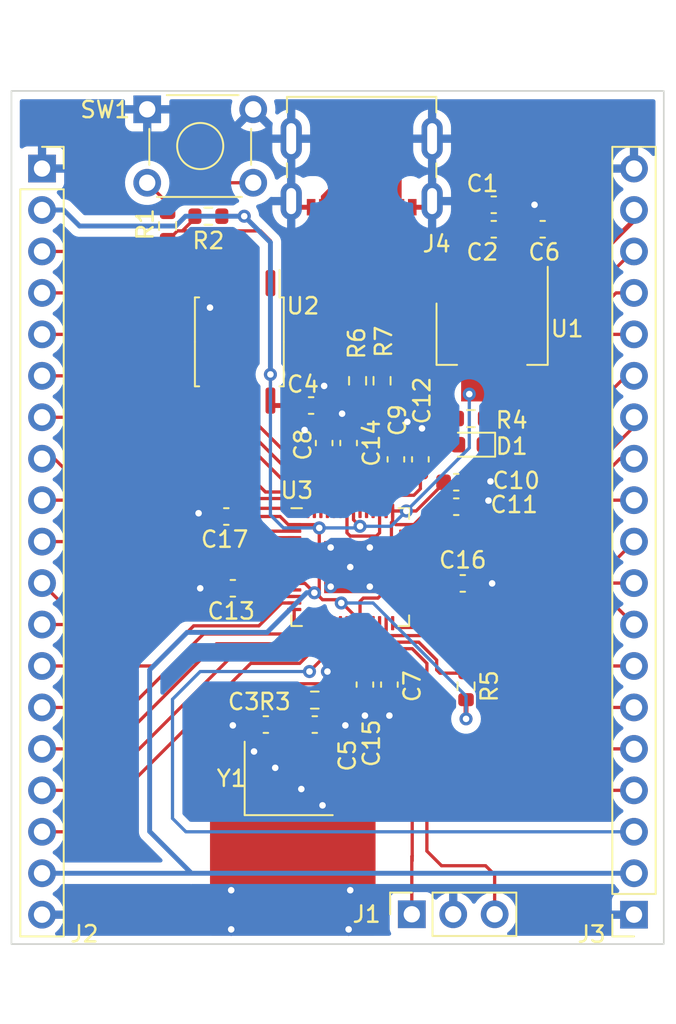
<source format=kicad_pcb>
(kicad_pcb (version 20211014) (generator pcbnew)
  (layers (0 "F.Cu" signal) (31 "B.Cu" signal) (34 "B.Paste" user) (35 "F.Paste" user) (36 "B.SilkS" user "B.Silkscreen") (37 "F.SilkS" user "F.Silkscreen") (38 "B.Mask" user) (39 "F.Mask" user) (44 "Edge.Cuts" user))
  (net 0 "")
  (net 1 "/Vin")
  (net 2 "GND")
  (net 3 "/XIN")
  (net 4 "/3.3")
  (net 5 "/XOUT_R")
  (net 6 "/1.1v")
  (net 7 "/SWCLK")
  (net 8 "/SWDIO")
  (net 9 "/GPIO_0")
  (net 10 "/GPIO_1")
  (net 11 "/GPIO_2")
  (net 12 "/GPIO_3")
  (net 13 "/GPIO_4")
  (net 14 "/GPIO_5")
  (net 15 "/GPIO_6")
  (net 16 "/GPIO_7")
  (net 17 "/GPIO_8")
  (net 18 "/GPIO_9")
  (net 19 "/GPIO_10")
  (net 20 "/GPIO_11")
  (net 21 "/GPIO_12")
  (net 22 "/GPIO_13")
  (net 23 "/GPIO_14")
  (net 24 "/GPIO_15")
  (net 25 "/GPIO_16")
  (net 26 "/GPIO_17")
  (net 27 "/GPIO_18")
  (net 28 "/GPIO_19")
  (net 29 "/GPIO_20")
  (net 30 "/GPIO_21")
  (net 31 "/GPIO_22")
  (net 32 "/GPIO_23")
  (net 33 "/GPIO_24")
  (net 34 "/GPIO_25")
  (net 35 "/ADC_0")
  (net 36 "/ADC_1")
  (net 37 "/ADC_2")
  (net 38 "/ADC_3")
  (net 39 "/CC1")
  (net 40 "/USB_P")
  (net 41 "/USB_N")
  (net 43 "/CC2")
  (net 45 "Net-(R1-Pad1)")
  (net 46 "/QSPI_SS")
  (net 47 "/XOUT")
  (net 48 "/RUN")
  (net 49 "/USB_+")
  (net 50 "/USB_-")
  (net 51 "/QSPI_SD1")
  (net 52 "/QSPI_SD2")
  (net 53 "/QSPI_SD0")
  (net 54 "/QSPI_SCLK")
  (net 55 "/QSPI_SD3")
  (net 56 "/LED")
  (footprint "Connector_PinSocket_2.54mm:PinSocket_1x03_P2.54mm_Vertical" (layer "F.Cu") (at 198.175 115.375 90)
    (fp_text reference "J1")
    (fp_text value "serial wire debug")
  )
  (footprint "Capacitor_SMD:C_0603_1608Metric" (layer "F.Cu") (at 200.9 90.4)
    (fp_text reference "C11")
    (fp_text value "100n")
  )
  (footprint "Capacitor_SMD:C_0603_1608Metric" (layer "F.Cu") (at 192.8 86.5 90)
    (fp_text reference "C8")
    (fp_text value "100n")
  )
  (footprint "Capacitor_SMD:C_0603_1608Metric" (layer "F.Cu") (at 192 84.2)
    (fp_text reference "C4")
    (fp_text value "100n")
  )
  (footprint "Connector_PinSocket_2.54mm:PinSocket_1x19_P2.54mm_Vertical" (layer "F.Cu") (at 211.8 115.4 180)
    (fp_text reference "J3")
    (fp_text value "gpio 1")
  )
  (footprint "Capacitor_SMD:C_0603_1608Metric" (layer "F.Cu") (at 203.2 71.9)
    (fp_text reference "C1")
    (fp_text value "10u")
  )
  (footprint "Resistor_SMD:R_0603_1608Metric" (layer "F.Cu") (at 194.85 82.685 90)
    (fp_text reference "R6")
    (fp_text value "5k1")
  )
  (footprint "Capacitor_SMD:C_0603_1608Metric" (layer "F.Cu") (at 192.225 103.75)
    (fp_text reference "C5")
    (fp_text value "51p")
  )
  (footprint "Capacitor_SMD:C_0603_1608Metric" (layer "F.Cu") (at 187.2 95.4 180)
    (fp_text reference "C13")
    (fp_text value "100n")
  )
  (footprint "Crystal:Crystal_SMD_3225-4Pin_3.2x2.5mm_HandSoldering" (layer "F.Cu") (at 190.625 107.05)
    (fp_text reference "Y1")
    (fp_text value "X322512MSB4SI")
  )
  (footprint "Button_Switch_THT:SW_TH_Tactile_Omron_B3F-10xx" (layer "F.Cu") (at 181.95 66.05)
    (fp_text reference "SW1")
    (fp_text value "SW_Push")
  )
  (footprint "Resistor_SMD:R_0603_1608Metric" (layer "F.Cu") (at 183.2 73.2 -90)
    (fp_text reference "R1")
    (fp_text value "1k")
  )
  (footprint "Resistor_SMD:R_0603_1608Metric" (layer "F.Cu") (at 201.5 101.4 -90)
    (fp_text reference "R5")
    (fp_text value "DNF")
  )
  (footprint "Capacitor_SMD:C_0603_1608Metric" (layer "F.Cu") (at 186.8 91 180)
    (fp_text reference "C17")
    (fp_text value "100n")
  )
  (footprint "Capacitor_SMD:C_0603_1608Metric" (layer "F.Cu") (at 189.225 103.75 180)
    (fp_text reference "C3")
    (fp_text value "51p")
  )
  (footprint "Resistor_SMD:R_0603_1608Metric" (layer "F.Cu") (at 196.35 82.685 90)
    (fp_text reference "R7")
    (fp_text value "5k1")
  )
  (footprint "Resistor_SMD:R_0603_1608Metric" (layer "F.Cu") (at 201.8 85)
    (fp_text reference "R4")
    (fp_text value "1k")
  )
  (footprint "Package_DFN_QFN:QFN-56-1EP_7x7mm_P0.4mm_EP3.2x3.2mm" (layer "F.Cu") (at 194.4 94.1)
    (fp_text reference "U3")
    (fp_text value "RP2040")
  )
  (footprint "Connector_PinSocket_2.54mm:PinSocket_1x19_P2.54mm_Vertical" (layer "F.Cu") (at 175.5 69.68)
    (fp_text reference "J2")
    (fp_text value "gpio 2")
  )
  (footprint "Capacitor_SMD:C_0603_1608Metric" (layer "F.Cu") (at 196.8 101.3 -90)
    (fp_text reference "C7")
    (fp_text value "100n")
  )
  (footprint "LED_SMD:LED_0603_1608Metric" (layer "F.Cu") (at 201.8 86.6 180)
    (fp_text reference "D1")
    (fp_text value "LED_Green")
  )
  (footprint "Capacitor_SMD:C_0603_1608Metric" (layer "F.Cu") (at 198.7 87.5 90)
    (fp_text reference "C12")
    (fp_text value "1u")
  )
  (footprint "Package_SO:SOIC-8_5.23x5.23mm_P1.27mm" (layer "F.Cu") (at 187.6 80.3 -90)
    (fp_text reference "U2")
    (fp_text value "W25Q128JVS")
  )
  (footprint "Capacitor_SMD:C_0603_1608Metric" (layer "F.Cu") (at 200.9 88.9)
    (fp_text reference "C10")
    (fp_text value "100n")
  )
  (footprint "Capacitor_SMD:C_0603_1608Metric" (layer "F.Cu") (at 201.3 95.1)
    (fp_text reference "C16")
    (fp_text value "100n")
  )
  (footprint "Capacitor_SMD:C_0603_1608Metric" (layer "F.Cu") (at 203.2 73.4)
    (fp_text reference "C2")
    (fp_text value "1u")
  )
  (footprint "Resistor_SMD:R_0603_1608Metric" (layer "F.Cu") (at 192.225 102.25)
    (fp_text reference "R3")
    (fp_text value "1k")
  )
  (footprint "Capacitor_SMD:C_0603_1608Metric" (layer "F.Cu") (at 197.2 87.5 90)
    (fp_text reference "C9")
    (fp_text value "1u")
  )
  (footprint "Connector_USB:USB_C_Receptacle_JAE_DX07S016JA1R1500" (layer "F.Cu") (at 195.1 69 180)
    (fp_text reference "J4")
    (fp_text value "USB_C_Receptacle_USB2.0")
  )
  (footprint "Resistor_SMD:R_0603_1608Metric" (layer "F.Cu") (at 185.7 72.6)
    (fp_text reference "R2")
    (fp_text value "DNF")
  )
  (footprint "Capacitor_SMD:C_0603_1608Metric" (layer "F.Cu") (at 206.2 73.4)
    (fp_text reference "C6")
    (fp_text value "22u")
  )
  (footprint "Capacitor_SMD:C_0603_1608Metric" (layer "F.Cu") (at 194.3 86.5 90)
    (fp_text reference "C14")
    (fp_text value "100n")
  )
  (footprint "Capacitor_SMD:C_0603_1608Metric" (layer "F.Cu") (at 195.3 101.3 -90)
    (fp_text reference "C15")
    (fp_text value "100n")
  )
  (footprint "Package_TO_SOT_SMD:SOT-223-3_TabPin2" (layer "F.Cu") (at 203.1 79.8 -90)
    (fp_text reference "U1")
    (fp_text value "AMS1117-3.3")
  )
  (gr_rect (start 173.625 64.925) (end 213.625 117.2) (layer "Edge.Cuts") (width 0.1) (fill none))
  (segment (start 194.264949 69.9) (end 196.5 69.9) (width 0.3) (layer "F.Cu") (net 1))
  (segment (start 196.9 69.9) (end 202 69.9) (width 0.3) (layer "F.Cu") (net 1))
  (segment (start 192.75 71.414949) (end 194.264949 69.9) (width 0.3) (layer "F.Cu") (net 1))
  (segment (start 197.399999 71.999999) (end 197.45 72.05) (width 0.3) (layer "F.Cu") (net 1))
  (segment (start 196.5 69.9) (end 196.9 69.9) (width 0.3) (layer "F.Cu") (net 1))
  (segment (start 202.425 70.325) (end 202.425 73.4) (width 0.3) (layer "F.Cu") (net 1))
  (segment (start 202.425 74.675) (end 202.425 73.4) (width 0.3) (layer "F.Cu") (net 1))
  (segment (start 202 69.9) (end 202.425 70.325) (width 0.3) (layer "F.Cu") (net 1))
  (segment (start 200.8 76.65) (end 200.8 76.3) (width 0.3) (layer "F.Cu") (net 1))
  (segment (start 196.9 69.9) (end 197.399999 70.399999) (width 0.3) (layer "F.Cu") (net 1))
  (segment (start 200.8 76.3) (end 202.425 74.675) (width 0.3) (layer "F.Cu") (net 1))
  (segment (start 192.75 72.05) (end 192.75 71.414949) (width 0.3) (layer "F.Cu") (net 1))
  (segment (start 197.399999 70.399999) (end 197.399999 71.999999) (width 0.3) (layer "F.Cu") (net 1))
  (segment (start 202.5875 86.6) (end 202.5875 88.4375) (width 0.3) (layer "F.Cu") (net 2))
  (segment (start 206.3 71.9) (end 206.975 72.575) (width 0.3) (layer "F.Cu") (net 2))
  (segment (start 203.975 73.4) (end 203.975 71.9) (width 0.3) (layer "F.Cu") (net 2))
  (segment (start 185.695 78.095) (end 185.8 78.2) (width 0.3) (layer "F.Cu") (net 2))
  (segment (start 191.625 85.725) (end 191.6 85.7) (width 0.3) (layer "F.Cu") (net 2))
  (segment (start 206.975 74.725) (end 206.975 73.4) (width 0.3) (layer "F.Cu") (net 2))
  (segment (start 205.4 76.65) (end 205.4 76.3) (width 0.3) (layer "F.Cu") (net 2))
  (segment (start 202.275 86.5625) (end 202.3125 86.6) (width 0.2) (layer "F.Cu") (net 2))
  (segment (start 202.5875 88.4375) (end 203 88.85) (width 0.3) (layer "F.Cu") (net 2))
  (segment (start 194.3 85.1) (end 194.3 85.725) (width 0.3) (layer "F.Cu") (net 2))
  (segment (start 192.775 84.2) (end 192.775 83.025) (width 0.3) (layer "F.Cu") (net 2))
  (segment (start 205.7 71.9) (end 206.3 71.9) (width 0.3) (layer "F.Cu") (net 2))
  (segment (start 195.3 103.2) (end 195.3 102.075) (width 0.3) (layer "F.Cu") (net 2))
  (segment (start 201.675 90.4) (end 201.675 88.9) (width 0.3) (layer "F.Cu") (net 2))
  (segment (start 196.8 102.075) (end 196.8 103.2) (width 0.3) (layer "F.Cu") (net 2))
  (segment (start 206.975 72.575) (end 206.975 73.4) (width 0.3) (layer "F.Cu") (net 2))
  (segment (start 194.05 103.75) (end 193 103.75) (width 0.3) (layer "F.Cu") (net 2))
  (segment (start 201.675 88.9) (end 202.95 88.9) (width 0.3) (layer "F.Cu") (net 2))
  (segment (start 193 100.5) (end 193.4 100.1) (width 0.2) (layer "F.Cu") (net 2))
  (segment (start 197.2 86.725) (end 197.2 85.9) (width 0.3) (layer "F.Cu") (net 2))
  (segment (start 192 72.05) (end 191.155 72.05) (width 0.3) (layer "F.Cu") (net 2))
  (segment (start 203.975 71.9) (end 205.7 71.9) (width 0.3) (layer "F.Cu") (net 2))
  (segment (start 185.695 76.7) (end 185.695 78.095) (width 0.3) (layer "F.Cu") (net 2))
  (segment (start 198.2 72.05) (end 199.045 72.05) (width 0.3) (layer "F.Cu") (net 2))
  (segment (start 202.075 95.1) (end 203.1 95.1) (width 0.3) (layer "F.Cu") (net 2))
  (segment (start 193.9 84.7) (end 194.3 85.1) (width 0.3) (layer "F.Cu") (net 2))
  (segment (start 205.4 76.3) (end 206.975 74.725) (width 0.3) (layer "F.Cu") (net 2))
  (segment (start 199.045 72.05) (end 199.42 71.675) (width 0.3) (layer "F.Cu") (net 2))
  (segment (start 194.3 85.725) (end 192.8 85.725) (width 0.3) (layer "F.Cu") (net 2))
  (segment (start 197.2 85.9) (end 197.9 85.2) (width 0.3) (layer "F.Cu") (net 2))
  (segment (start 192.8 85.725) (end 191.625 85.725) (width 0.3) (layer "F.Cu") (net 2))
  (segment (start 202.95 88.9) (end 203 88.85) (width 0.3) (layer "F.Cu") (net 2))
  (segment (start 192.775 83.025) (end 192.8 83) (width 0.3) (layer "F.Cu") (net 2))
  (segment (start 185.3 91) (end 186.025 91) (width 0.3) (layer "F.Cu") (net 2))
  (segment (start 198.7 85.7) (end 198.8 85.6) (width 0.3) (layer "F.Cu") (net 2))
  (segment (start 185.1 90.8) (end 185.3 91) (width 0.3) (layer "F.Cu") (net 2))
  (segment (start 188.45 103.75) (end 188.4 103.8) (width 0.3) (layer "F.Cu") (net 2))
  (segment (start 202.5 90.4) (end 201.675 90.4) (width 0.3) (layer "F.Cu") (net 2))
  (segment (start 193.4 100.1) (end 193.4 97.5375) (width 0.2) (layer "F.Cu") (net 2))
  (segment (start 188.4 103.8) (end 187.2 103.8) (width 0.3) (layer "F.Cu") (net 2))
  (segment (start 186.425 95.4) (end 185.2 95.4) (width 0.3) (layer "F.Cu") (net 2))
  (segment (start 194.1 103.8) (end 194.05 103.75) (width 0.3) (layer "F.Cu") (net 2))
  (segment (start 202.875 90.025) (end 202.5 90.4) (width 0.3) (layer "F.Cu") (net 2))
  (segment (start 191.155 72.05) (end 190.78 71.675) (width 0.3) (layer "F.Cu") (net 2))
  (segment (start 198.7 86.725) (end 198.7 85.7) (width 0.3) (layer "F.Cu") (net 2))
  (via (at 195.6 95.3) (size 0.8) (drill 0.4) (layers "F.Cu" "B.Cu") (net 2))
  (via (at 189.8 106.4) (size 0.8) (drill 0.4) (layers "F.Cu" "B.Cu") (net 2))
  (via (at 196.8 103.2) (size 0.8) (drill 0.4) (layers "F.Cu" "B.Cu") (net 2))
  (via (at 203 88.85) (size 0.8) (drill 0.4) (layers "F.Cu" "B.Cu") (net 2))
  (via (at 191.6 85.7) (size 0.8) (drill 0.4) (layers "F.Cu" "B.Cu") (net 2))
  (via (at 187.1 113.9) (size 0.8) (drill 0.4) (layers "F.Cu" "B.Cu") (net 2))
  (via (at 198.8 85.6) (size 0.8) (drill 0.4) (layers "F.Cu" "B.Cu") (net 2))
  (via (at 192.8 83) (size 0.8) (drill 0.4) (layers "F.Cu" "B.Cu") (net 2))
  (via (at 193 100.5) (size 0.8) (drill 0.4) (layers "F.Cu" "B.Cu") (net 2))
  (via (at 193.9 84.7) (size 0.8) (drill 0.4) (layers "F.Cu" "B.Cu") (net 2))
  (via (at 194.4 94.1) (size 0.8) (drill 0.4) (layers "F.Cu" "B.Cu") (net 2))
  (via (at 197.9 85.2) (size 0.8) (drill 0.4) (layers "F.Cu" "B.Cu") (net 2))
  (via (at 192.7 108.7) (size 0.8) (drill 0.4) (layers "F.Cu" "B.Cu") (net 2))
  (via (at 194.3 116.3) (size 0.8) (drill 0.4) (layers "F.Cu" "B.Cu") (net 2))
  (via (at 195.3 103.2) (size 0.8) (drill 0.4) (layers "F.Cu" "B.Cu") (net 2))
  (via (at 191.4 107.7) (size 0.8) (drill 0.4) (layers "F.Cu" "B.Cu") (net 2))
  (via (at 185.8 78.2) (size 0.8) (drill 0.4) (layers "F.Cu" "B.Cu") (net 2))
  (via (at 195.6 92.9) (size 0.8) (drill 0.4) (layers "F.Cu" "B.Cu") (net 2))
  (via (at 185.1 90.8) (size 0.8) (drill 0.4) (layers "F.Cu" "B.Cu") (net 2))
  (via (at 205.7 71.9) (size 0.8) (drill 0.4) (layers "F.Cu" "B.Cu") (net 2))
  (via (at 193.2 95.3) (size 0.8) (drill 0.4) (layers "F.Cu" "B.Cu") (net 2))
  (via (at 188.5 105.4) (size 0.8) (drill 0.4) (layers "F.Cu" "B.Cu") (net 2))
  (via (at 187.2 103.8) (size 0.8) (drill 0.4) (layers "F.Cu" "B.Cu") (net 2))
  (via (at 194.1 103.8) (size 0.8) (drill 0.4) (layers "F.Cu" "B.Cu") (net 2))
  (via (at 185.2 95.4) (size 0.8) (drill 0.4) (layers "F.Cu" "B.Cu") (net 2))
  (via (at 187.1 116.3) (size 0.8) (drill 0.4) (layers "F.Cu" "B.Cu") (net 2))
  (via (at 202.875 90.025) (size 0.8) (drill 0.4) (layers "F.Cu" "B.Cu") (net 2))
  (via (at 194.4 113.9) (size 0.8) (drill 0.4) (layers "F.Cu" "B.Cu") (net 2))
  (via (at 203.1 95.1) (size 0.8) (drill 0.4) (layers "F.Cu" "B.Cu") (net 2))
  (via (at 193.2 92.9) (size 0.8) (drill 0.4) (layers "F.Cu" "B.Cu") (net 2))
  (segment (start 190 103.75) (end 190 103.925) (width 0.2) (layer "F.Cu") (net 3))
  (segment (start 189.775 108.2) (end 189.175 108.2) (width 0.2) (layer "F.Cu") (net 3))
  (segment (start 190.625 107.35) (end 189.775 108.2) (width 0.2) (layer "F.Cu") (net 3))
  (segment (start 190.725 101.25) (end 190 101.975) (width 0.2) (layer "F.Cu") (net 3))
  (segment (start 193.8 97.5375) (end 193.8 101) (width 0.2) (layer "F.Cu") (net 3))
  (segment (start 193.8 101) (end 193.55 101.25) (width 0.2) (layer "F.Cu") (net 3))
  (segment (start 190.625 104.55) (end 190.625 107.35) (width 0.2) (layer "F.Cu") (net 3))
  (segment (start 193.55 101.25) (end 190.725 101.25) (width 0.2) (layer "F.Cu") (net 3))
  (segment (start 190 101.975) (end 190 103.75) (width 0.2) (layer "F.Cu") (net 3))
  (segment (start 190 103.925) (end 190.625 104.55) (width 0.2) (layer "F.Cu") (net 3))
  (segment (start 205.2 73.625) (end 205.425 73.4) (width 0.3) (layer "F.Cu") (net 4))
  (segment (start 189.505 83.9) (end 189.505 82.295) (width 0.2) (layer "F.Cu") (net 4))
  (segment (start 197.8375 90.6625) (end 198.4375 90.6625) (width 0.2) (layer "F.Cu") (net 4))
  (segment (start 193.85 96.3) (end 193.894975 96.3) (width 0.2) (layer "F.Cu") (net 4))
  (segment (start 201.5 102.225) (end 201.5 103.4) (width 0.3) (layer "F.Cu") (net 4))
  (segment (start 205.9 78.75) (end 204.525 78.75) (width 0.3) (layer "F.Cu") (net 4))
  (segment (start 189.334315 95.1) (end 190.9625 95.1) (width 0.2) (layer "F.Cu") (net 4))
  (segment (start 200.525 95.1) (end 197.8375 95.1) (width 0.2) (layer "F.Cu") (net 4))
  (segment (start 190.9625 91.5) (end 190.6 91.5) (width 0.2) (layer "F.Cu") (net 4))
  (segment (start 197.8375 91.5) (end 197.2 91.5) (width 0.2) (layer "F.Cu") (net 4))
  (segment (start 197 91.3) (end 197 90.6625) (width 0.2) (layer "F.Cu") (net 4))
  (segment (start 193.894975 96.3) (end 194.6 97.005025) (width 0.2) (layer "F.Cu") (net 4))
  (segment (start 195 89.8) (end 194.6 89.4) (width 0.2) (layer "F.Cu") (net 4))
  (segment (start 200.125 88.975) (end 200.125 88.9) (width 0.2) (layer "F.Cu") (net 4))
  (segment (start 205.425 73.775) (end 205.425 73.4) (width 0.3) (layer "F.Cu") (net 4))
  (segment (start 199.4 90.4) (end 200.125 90.4) (width 0.2) (layer "F.Cu") (net 4))
  (segment (start 194.6 97.5375) (end 194.6 99.2) (width 0.2) (layer "F.Cu") (net 4))
  (segment (start 197 95.1) (end 196.925 95.025) (width 0.2) (layer "F.Cu") (net 4))
  (segment (start 190.6 91.5) (end 190.1 91) (width 0.2) (layer "F.Cu") (net 4))
  (segment (start 195 90.6625) (end 195 89.8) (width 0.2) (layer "F.Cu") (net 4))
  (segment (start 204.525 78.75) (end 203.925 78.15) (width 0.3) (layer "F.Cu") (net 4))
  (segment (start 197.8375 95.1) (end 197 95.1) (width 0.2) (layer "F.Cu") (net 4))
  (segment (start 197 89.7) (end 198.3 89.7) (width 0.2) (layer "F.Cu") (net 4))
  (segment (start 197 90.6625) (end 197.8375 90.6625) (width 0.2) (layer "F.Cu") (net 4))
  (segment (start 192.5 91.7) (end 192.5 95.7) (width 0.2) (layer "F.Cu") (net 4))
  (segment (start 196.925 91.375) (end 197 91.3) (width 0.2) (layer "F.Cu") (net 4))
  (segment (start 189.505 82.295) (end 189.505 82.205) (width 0.2) (layer "F.Cu") (net 4))
  (segment (start 211.8 72.85) (end 205.9 78.75) (width 0.3) (layer "F.Cu") (net 4))
  (segment (start 188.275 95.4) (end 189.034314 95.4) (width 0.2) (layer "F.Cu") (net 4))
  (segment (start 196.925 95.025) (end 196.925 91.375) (width 0.2) (layer "F.Cu") (net 4))
  (segment (start 197.8375 91.5) (end 198.3 91.5) (width 0.2) (layer "F.Cu") (net 4))
  (segment (start 203.1 76.1) (end 205.425 73.775) (width 0.3) (layer "F.Cu") (net 4))
  (segment (start 187.975 95.1) (end 188.275 95.4) (width 0.2) (layer "F.Cu") (net 4))
  (segment (start 196.6 90.1) (end 197 89.7) (width 0.2) (layer "F.Cu") (net 4))
  (segment (start 186.525 72.6) (end 187.9 72.6) (width 0.3) (layer "F.Cu") (net 4))
  (segment (start 197 90.6625) (end 197 90.5) (width 0.2) (layer "F.Cu") (net 4))
  (segment (start 192.7 96.1) (end 192.5 95.9) (width 0.2) (layer "F.Cu") (net 4))
  (segment (start 198.3 91.5) (end 199.4 90.4) (width 0.2) (layer "F.Cu") (net 4))
  (segment (start 203.1 78.15) (end 203.1 80) (width 0.3) (layer "F.Cu") (net 4))
  (segment (start 211.8 72.22) (end 211.8 72.85) (width 0.3) (layer "F.Cu") (net 4))
  (segment (start 193.85 96.3) (end 193.65 96.1) (width 0.2) (layer "F.Cu") (net 4))
  (segment (start 191.625498 95.1) (end 192.200498 95.675) (width 0.2) (layer "F.Cu") (net 4))
  (segment (start 189.034314 95.4) (end 189.334315 95.1) (width 0.2) (layer "F.Cu") (net 4))
  (segment (start 194.6 97.005025) (end 194.6 97.5375) (width 0.2) (layer "F.Cu") (net 4))
  (segment (start 198.7 89.3) (end 198.7 88.275) (width 0.2) (layer "F.Cu") (net 4))
  (segment (start 194.6 87.575) (end 194.3 87.275) (width 0.2) (layer "F.Cu") (net 4))
  (segment (start 190.9625 91.5) (end 192.3 91.5) (width 0.2) (layer "F.Cu") (net 4))
  (segment (start 195.3 99.9) (end 195.3 100.525) (width 0.2) (layer "F.Cu") (net 4))
  (segment (start 195 91.6) (end 195.1 91.6) (width 0.2) (layer "F.Cu") (net 4))
  (segment (start 195 91.6) (end 194.6 91.2) (width 0.2) (layer "F.Cu") (net 4))
  (segment (start 198.4375 90.6625) (end 200.125 88.975) (width 0.2) (layer "F.Cu") (net 4))
  (segment (start 202.625 85) (end 202.625 83.425) (width 0.3) (layer "F.Cu") (net 4))
  (segment (start 203.1 80) (end 203.1 82.95) (width 0.3) (layer "F.Cu") (net 4))
  (segment (start 190.9625 95.1) (end 191.625498 95.1) (width 0.2) (layer "F.Cu") (net 4))
  (segment (start 194.6 99.2) (end 195.3 99.9) (width 0.2) (layer "F.Cu") (net 4))
  (segment (start 187.675 91) (end 187.575 91.1) (width 0.2) (layer "F.Cu") (net 4))
  (segment (start 194.6 90.6625) (end 194.6 87.575) (width 0.2) (layer "F.Cu") (net 4))
  (segment (start 194.6 91.2) (end 194.6 90.6625) (width 0.2) (layer "F.Cu") (net 4))
  (segment (start 203.925 78.15) (end 203.1 78.15) (width 0.3) (layer "F.Cu") (net 4))
  (segment (start 190.1 91) (end 187.675 91) (width 0.2) (layer "F.Cu") (net 4))
  (segment (start 203.1 76.65) (end 203.1 78.15) (width 0.3) (layer "F.Cu") (net 4))
  (segment (start 203.1 76.65) (end 203.1 76.1) (width 0.3) (layer "F.Cu") (net 4))
  (segment (start 191.225 84.2) (end 189.805 84.2) (width 0.3) (layer "F.Cu") (net 4))
  (segment (start 196.6 90.6625) (end 196.6 90.1) (width 0.2) (layer "F.Cu") (net 4))
  (segment (start 197.2 91.5) (end 197 91.3) (width 0.2) (layer "F.Cu") (net 4))
  (segment (start 189.805 84.2) (end 189.505 83.9) (width 0.2) (layer "F.Cu") (net 4))
  (segment (start 195 89.8) (end 194.7 89.5) (width 0.2) (layer "F.Cu") (net 4))
  (segment (start 197 90.5) (end 196.6 90.1) (width 0.2) (layer "F.Cu") (net 4))
  (segment (start 202.625 83.425) (end 203.1 82.95) (width 0.3) (layer "F.Cu") (net 4))
  (segment (start 192.3 91.5) (end 192.5 91.7) (width 0.2) (layer "F.Cu") (net 4))
  (segment (start 192.475 95.675) (end 192.5 95.7) (width 0.2) (layer "F.Cu") (net 4))
  (segment (start 193.65 96.1) (end 192.7 96.1) (width 0.2) (layer "F.Cu") (net 4))
  (segment (start 192.5 95.9) (end 192.5 95.7) (width 0.2) (layer "F.Cu") (net 4))
  (segment (start 192.200498 95.675) (end 192.475 95.675) (width 0.2) (layer "F.Cu") (net 4))
  (segment (start 198.3 89.7) (end 198.7 89.3) (width 0.2) (layer "F.Cu") (net 4))
  (via (at 192.5 91.7) (size 0.8) (drill 0.4) (layers "F.Cu" "B.Cu") (net 4))
  (via (at 201.7 83.5) (size 0.8) (drill 0.4) (layers "F.Cu" "B.Cu") (net 4))
  (via (at 189.505 82.295) (size 0.8) (drill 0.4) (layers "F.Cu" "B.Cu") (net 4))
  (via (at 201.5 103.4) (size 0.8) (drill 0.4) (layers "F.Cu" "B.Cu") (net 4))
  (via (at 187.9 72.6) (size 0.8) (drill 0.4) (layers "F.Cu" "B.Cu") (net 4))
  (via (at 197.8375 90.6625) (size 0.8) (drill 0.4) (layers "F.Cu" "B.Cu") (net 4))
  (via (at 193.85 96.3) (size 0.8) (drill 0.4) (layers "F.Cu" "B.Cu") (net 4))
  (via (at 195 91.6) (size 0.8) (drill 0.4) (layers "F.Cu" "B.Cu") (net 4))
  (via (at 192.200498 95.675) (size 0.8) (drill 0.4) (layers "F.Cu" "B.Cu") (net 4))
  (segment (start 201.8 83.5) (end 201.7 83.5) (width 0.3) (layer "B.Cu") (net 4))
  (segment (start 192.1 95.574502) (end 192.200498 95.675) (width 0.2) (layer "B.Cu") (net 4))
  (segment (start 197.8375 90.6625) (end 201.7 86.8) (width 0.2) (layer "B.Cu") (net 4))
  (segment (start 193.85 96.3) (end 195.8 96.3) (width 0.2) (layer "B.Cu") (net 4))
  (segment (start 177.8 73.2) (end 183.7 73.2) (width 0.3) (layer "B.Cu") (net 4))
  (segment (start 176.82 72.22) (end 177.8 73.2) (width 0.3) (layer "B.Cu") (net 4))
  (segment (start 184.66 112.86) (end 211.8 112.86) (width 0.3) (layer "B.Cu") (net 4))
  (segment (start 184.4 98.1) (end 182.1 100.4) (width 0.3) (layer "B.Cu") (net 4))
  (segment (start 194.9 91.7) (end 195 91.6) (width 0.2) (layer "B.Cu") (net 4))
  (segment (start 189.505 90.905) (end 190.3 91.7) (width 0.2) (layer "B.Cu") (net 4))
  (segment (start 192.5 91.7) (end 194.9 91.7) (width 0.2) (layer "B.Cu") (net 4))
  (segment (start 182.1 100.4) (end 182.1 110.3) (width 0.3) (layer "B.Cu") (net 4))
  (segment (start 189.505 82.295) (end 189.505 90.905) (width 0.2) (layer "B.Cu") (net 4))
  (segment (start 195.8 96.3) (end 201.5 102) (width 0.2) (layer "B.Cu") (net 4))
  (segment (start 183.7 73.2) (end 184.3 72.6) (width 0.3) (layer "B.Cu") (net 4))
  (segment (start 187.9 72.6) (end 189.505 74.205) (width 0.3) (layer "B.Cu") (net 4))
  (segment (start 184.3 72.6) (end 187.9 72.6) (width 0.3) (layer "B.Cu") (net 4))
  (segment (start 191.725 95.675) (end 189.3 98.1) (width 0.3) (layer "B.Cu") (net 4))
  (segment (start 192.200498 95.675) (end 191.725 95.675) (width 0.3) (layer "B.Cu") (net 4))
  (segment (start 201.7 86.8) (end 201.7 83.5) (width 0.2) (layer "B.Cu") (net 4))
  (segment (start 190.3 91.7) (end 192.5 91.7) (width 0.2) (layer "B.Cu") (net 4))
  (segment (start 175.5 112.86) (end 184.66 112.86) (width 0.3) (layer "B.Cu") (net 4))
  (segment (start 189.505 74.205) (end 189.505 82.295) (width 0.3) (layer "B.Cu") (net 4))
  (segment (start 195 91.6) (end 196.9 91.6) (width 0.2) (layer "B.Cu") (net 4))
  (segment (start 182.1 110.3) (end 184.66 112.86) (width 0.3) (layer "B.Cu") (net 4))
  (segment (start 175.5 72.22) (end 176.82 72.22) (width 0.3) (layer "B.Cu") (net 4))
  (segment (start 189.3 98.1) (end 184.4 98.1) (width 0.3) (layer "B.Cu") (net 4))
  (segment (start 192.1 95.5) (end 192.1 95.574502) (width 0.2) (layer "B.Cu") (net 4))
  (segment (start 196.9 91.6) (end 197.8375 90.6625) (width 0.2) (layer "B.Cu") (net 4))
  (segment (start 201.5 102) (end 201.5 103.4) (width 0.2) (layer "B.Cu") (net 4))
  (segment (start 191.4 103.7) (end 191.45 103.75) (width 0.2) (layer "F.Cu") (net 5))
  (segment (start 191.4 102.25) (end 191.4 103.7) (width 0.2) (layer "F.Cu") (net 5))
  (segment (start 191.45 103.75) (end 192.075 104.375) (width 0.2) (layer "F.Cu") (net 5))
  (segment (start 192.075 104.375) (end 192.075 105.9) (width 0.2) (layer "F.Cu") (net 5))
  (segment (start 197.2 88.9) (end 197.2 88.275) (width 0.2) (layer "F.Cu") (net 6))
  (segment (start 196.2 90.6625) (end 196.2 89.9) (width 0.2) (layer "F.Cu") (net 6))
  (segment (start 194.2 90.6625) (end 194.2 88.675) (width 0.2) (layer "F.Cu") (net 6))
  (segment (start 195 97.5375) (end 195 96.2) (width 0.2) (layer "F.Cu") (net 6))
  (segment (start 196.2 89.9) (end 197.2 88.9) (width 0.2) (layer "F.Cu") (net 6))
  (segment (start 196.2 92) (end 196 92.2) (width 0.2) (layer "F.Cu") (net 6))
  (segment (start 196.8 100.5) (end 196.8 100.525) (width 0.2) (layer "F.Cu") (net 6))
  (segment (start 195 96.2) (end 195.2 96) (width 0.2) (layer "F.Cu") (net 6))
  (segment (start 196.1 96) (end 196.3 95.8) (width 0.2) (layer "F.Cu") (net 6))
  (segment (start 195 98.7) (end 196.8 100.5) (width 0.2) (layer "F.Cu") (net 6))
  (segment (start 196.3 95.8) (end 196.3 92.5) (width 0.2) (layer "F.Cu") (net 6))
  (segment (start 196.3 92.5) (end 196 92.2) (width 0.2) (layer "F.Cu") (net 6))
  (segment (start 195.2 96) (end 196.1 96) (width 0.2) (layer "F.Cu") (net 6))
  (segment (start 196 92.2) (end 194.4 92.2) (width 0.2) (layer "F.Cu") (net 6))
  (segment (start 194.2 88.675) (end 192.8 87.275) (width 0.2) (layer "F.Cu") (net 6))
  (segment (start 195 97.5375) (end 195 98.7) (width 0.2) (layer "F.Cu") (net 6))
  (segment (start 194.4 92.2) (end 194.2 92) (width 0.2) (layer "F.Cu") (net 6))
  (segment (start 196.2 90.6625) (end 196.2 92) (width 0.2) (layer "F.Cu") (net 6))
  (segment (start 194.2 92) (end 194.2 90.6625) (width 0.2) (layer "F.Cu") (net 6))
  (segment (start 195.4 98.4) (end 196.4 99.4) (width 0.2) (layer "F.Cu") (net 7))
  (segment (start 195.4 97.5375) (end 195.4 97.928553) (width 0.2) (layer "F.Cu") (net 7))
  (segment (start 197.8 99.6) (end 198.2 100) (width 0.2) (layer "F.Cu") (net 7))
  (segment (start 196.4 99.4) (end 196.6 99.6) (width 0.2) (layer "F.Cu") (net 7))
  (segment (start 198.2 111.8) (end 198.2 112.1) (width 0.2) (layer "F.Cu") (net 7))
  (segment (start 198.2 100) (end 198.2 103) (width 0.2) (layer "F.Cu") (net 7))
  (segment (start 198.175 111.825) (end 198.175 115.375) (width 0.2) (layer "F.Cu") (net 7))
  (segment (start 198.2 103) (end 198.2 111.8) (width 0.2) (layer "F.Cu") (net 7))
  (segment (start 196.6 99.6) (end 197.8 99.6) (width 0.2) (layer "F.Cu") (net 7))
  (segment (start 198.2 111.8) (end 198.175 111.825) (width 0.2) (layer "F.Cu") (net 7))
  (segment (start 195.4 97.5375) (end 195.4 98.4) (width 0.2) (layer "F.Cu") (net 7))
  (segment (start 195.8 97.5375) (end 195.8 98.3) (width 0.2) (layer "F.Cu") (net 8))
  (segment (start 195.8 98.3) (end 196.6 99.1) (width 0.2) (layer "F.Cu") (net 8))
  (segment (start 203.255 112.955) (end 203.255 115.375) (width 0.2) (layer "F.Cu") (net 8))
  (segment (start 200 112.4) (end 202.7 112.4) (width 0.2) (layer "F.Cu") (net 8))
  (segment (start 198.2 99.1) (end 199.1 100) (width 0.2) (layer "F.Cu") (net 8))
  (segment (start 196.6 99.1) (end 198.2 99.1) (width 0.2) (layer "F.Cu") (net 8))
  (segment (start 199.1 100) (end 199.1 111.5) (width 0.2) (layer "F.Cu") (net 8))
  (segment (start 199.1 111.5) (end 200 112.4) (width 0.2) (layer "F.Cu") (net 8))
  (segment (start 202.7 112.4) (end 203.255 112.955) (width 0.2) (layer "F.Cu") (net 8))
  (segment (start 182.5 89.6) (end 182.5 77.7) (width 0.2) (layer "F.Cu") (net 9))
  (segment (start 184.8 91.9) (end 182.5 89.6) (width 0.2) (layer "F.Cu") (net 9))
  (segment (start 182.5 77.7) (end 179.56 74.76) (width 0.2) (layer "F.Cu") (net 9))
  (segment (start 190.9625 91.9) (end 184.8 91.9) (width 0.2) (layer "F.Cu") (net 9))
  (segment (start 179.56 74.76) (end 175.5 74.76) (width 0.2) (layer "F.Cu") (net 9))
  (segment (start 190.9625 92.3) (end 184.4 92.3) (width 0.2) (layer "F.Cu") (net 10))
  (segment (start 181.7 89.6) (end 181.7 80.4) (width 0.2) (layer "F.Cu") (net 10))
  (segment (start 181.7 80.4) (end 178.6 77.3) (width 0.2) (layer "F.Cu") (net 10))
  (segment (start 178.6 77.3) (end 175.5 77.3) (width 0.2) (layer "F.Cu") (net 10))
  (segment (start 184.4 92.3) (end 181.7 89.6) (width 0.2) (layer "F.Cu") (net 10))
  (segment (start 178.04 79.84) (end 175.5 79.84) (width 0.2) (layer "F.Cu") (net 11))
  (segment (start 181 82.8) (end 178.04 79.84) (width 0.2) (layer "F.Cu") (net 11))
  (segment (start 190.9625 92.7) (end 184 92.7) (width 0.2) (layer "F.Cu") (net 11))
  (segment (start 181 89.7) (end 181 82.8) (width 0.2) (layer "F.Cu") (net 11))
  (segment (start 184 92.7) (end 181 89.7) (width 0.2) (layer "F.Cu") (net 11))
  (segment (start 180.4 89.9) (end 180.4 84.4) (width 0.2) (layer "F.Cu") (net 12))
  (segment (start 178.38 82.38) (end 175.5 82.38) (width 0.2) (layer "F.Cu") (net 12))
  (segment (start 180.4 84.4) (end 178.38 82.38) (width 0.2) (layer "F.Cu") (net 12))
  (segment (start 183.6 93.1) (end 180.4 89.9) (width 0.2) (layer "F.Cu") (net 12))
  (segment (start 190.9625 93.1) (end 183.6 93.1) (width 0.2) (layer "F.Cu") (net 12))
  (segment (start 190.9625 93.5) (end 183.3 93.5) (width 0.2) (layer "F.Cu") (net 13))
  (segment (start 179.8 86.2) (end 178.52 84.92) (width 0.2) (layer "F.Cu") (net 13))
  (segment (start 178.52 84.92) (end 175.5 84.92) (width 0.2) (layer "F.Cu") (net 13))
  (segment (start 179.8 90) (end 179.8 86.2) (width 0.2) (layer "F.Cu") (net 13))
  (segment (start 183.3 93.5) (end 179.8 90) (width 0.2) (layer "F.Cu") (net 13))
  (segment (start 176.26 87.46) (end 175.5 87.46) (width 0.2) (layer "F.Cu") (net 14))
  (segment (start 190.9625 93.9) (end 189.9 93.9) (width 0.2) (layer "F.Cu") (net 14))
  (segment (start 189.9 93.9) (end 182.7 93.9) (width 0.2) (layer "F.Cu") (net 14))
  (segment (start 189.9 93.9) (end 189.8 93.9) (width 0.2) (layer "F.Cu") (net 14))
  (segment (start 182.7 93.9) (end 176.26 87.46) (width 0.2) (layer "F.Cu") (net 14))
  (segment (start 190.8625 94.2) (end 181.8 94.2) (width 0.2) (layer "F.Cu") (net 15))
  (segment (start 177.6 90) (end 175.5 90) (width 0.2) (layer "F.Cu") (net 15))
  (segment (start 181.8 94.2) (end 177.6 90) (width 0.2) (layer "F.Cu") (net 15))
  (segment (start 190.9625 94.3) (end 190.8625 94.2) (width 0.2) (layer "F.Cu") (net 15))
  (segment (start 177.84 92.54) (end 175.5 92.54) (width 0.2) (layer "F.Cu") (net 16))
  (segment (start 189.4 94.7) (end 189.2 94.5) (width 0.2) (layer "F.Cu") (net 16))
  (segment (start 190.9625 94.7) (end 189.4 94.7) (width 0.2) (layer "F.Cu") (net 16))
  (segment (start 189.2 94.5) (end 179.8 94.5) (width 0.2) (layer "F.Cu") (net 16))
  (segment (start 179.8 94.5) (end 177.84 92.54) (width 0.2) (layer "F.Cu") (net 16))
  (segment (start 188.4 96.6) (end 177 96.6) (width 0.2) (layer "F.Cu") (net 17))
  (segment (start 189.5 95.5) (end 188.4 96.6) (width 0.2) (layer "F.Cu") (net 17))
  (segment (start 175.5 95.1) (end 175.5 95.08) (width 0.2) (layer "F.Cu") (net 17))
  (segment (start 190.9625 95.5) (end 189.5 95.5) (width 0.2) (layer "F.Cu") (net 17))
  (segment (start 177 96.6) (end 175.5 95.1) (width 0.2) (layer "F.Cu") (net 17))
  (segment (start 188.6 97.2) (end 182.2 97.2) (width 0.2) (layer "F.Cu") (net 18))
  (segment (start 175.92 97.2) (end 175.5 97.62) (width 0.2) (layer "F.Cu") (net 18))
  (segment (start 182.2 97.2) (end 181.78 97.62) (width 0.2) (layer "F.Cu") (net 18))
  (segment (start 189.9 95.9) (end 188.6 97.2) (width 0.2) (layer "F.Cu") (net 18))
  (segment (start 181.78 97.62) (end 175.5 97.62) (width 0.2) (layer "F.Cu") (net 18))
  (segment (start 190.9625 95.9) (end 189.9 95.9) (width 0.2) (layer "F.Cu") (net 18))
  (segment (start 182.34 100.16) (end 175.5 100.16) (width 0.2) (layer "F.Cu") (net 19))
  (segment (start 190.9625 96.3) (end 190.2 96.3) (width 0.2) (layer "F.Cu") (net 19))
  (segment (start 184.8 97.7) (end 182.34 100.16) (width 0.2) (layer "F.Cu") (net 19))
  (segment (start 190.2 96.3) (end 188.8 97.7) (width 0.2) (layer "F.Cu") (net 19))
  (segment (start 188.8 97.7) (end 184.8 97.7) (width 0.2) (layer "F.Cu") (net 19))
  (segment (start 180.9 102.7) (end 175.5 102.7) (width 0.2) (layer "F.Cu") (net 20))
  (segment (start 190.9625 96.7) (end 190.9625 97.7375) (width 0.2) (layer "F.Cu") (net 20))
  (segment (start 190.5 98.2) (end 185.4 98.2) (width 0.2) (layer "F.Cu") (net 20))
  (segment (start 190.9625 97.7375) (end 190.5 98.2) (width 0.2) (layer "F.Cu") (net 20))
  (segment (start 185.4 98.2) (end 180.9 102.7) (width 0.2) (layer "F.Cu") (net 20))
  (segment (start 191.8 97.8) (end 190.8 98.8) (width 0.2) (layer "F.Cu") (net 21))
  (segment (start 191.8 97.5375) (end 191.8 97.8) (width 0.2) (layer "F.Cu") (net 21))
  (segment (start 190.8 98.8) (end 186.2 98.8) (width 0.2) (layer "F.Cu") (net 21))
  (segment (start 186.2 98.8) (end 179.76 105.24) (width 0.2) (layer "F.Cu") (net 21))
  (segment (start 179.76 105.24) (end 179.44 105.24) (width 0.2) (layer "F.Cu") (net 21))
  (segment (start 179.44 105.24) (end 175.5 105.24) (width 0.2) (layer "F.Cu") (net 21))
  (segment (start 192.2 98.3) (end 191.1 99.4) (width 0.2) (layer "F.Cu") (net 22))
  (segment (start 187.3 99.4) (end 178.92 107.78) (width 0.2) (layer "F.Cu") (net 22))
  (segment (start 191.1 99.4) (end 187.3 99.4) (width 0.2) (layer "F.Cu") (net 22))
  (segment (start 178.92 107.78) (end 175.5 107.78) (width 0.2) (layer "F.Cu") (net 22))
  (segment (start 192.2 97.5375) (end 192.2 98.3) (width 0.2) (layer "F.Cu") (net 22))
  (segment (start 177.98 110.32) (end 175.5 110.32) (width 0.2) (layer "F.Cu") (net 23))
  (segment (start 191.3 100) (end 188.3 100) (width 0.2) (layer "F.Cu") (net 23))
  (segment (start 192.6 97.5375) (end 192.6 98.7) (width 0.2) (layer "F.Cu") (net 23))
  (segment (start 188.3 100) (end 177.98 110.32) (width 0.2) (layer "F.Cu") (net 23))
  (segment (start 192.6 98.7) (end 191.3 100) (width 0.2) (layer "F.Cu") (net 23))
  (segment (start 193 99.4) (end 193 97.5375) (width 0.2) (layer "F.Cu") (net 24))
  (segment (start 191.9 100.5) (end 193 99.4) (width 0.2) (layer "F.Cu") (net 24))
  (via (at 191.9 100.5) (size 0.8) (drill 0.4) (layers "F.Cu" "B.Cu") (net 24))
  (segment (start 184.32 110.32) (end 183.5 109.5) (width 0.2) (layer "B.Cu") (net 24))
  (segment (start 183.5 102.2) (end 185.2 100.5) (width 0.2) (layer "B.Cu") (net 24))
  (segment (start 185.2 100.5) (end 191.9 100.5) (width 0.2) (layer "B.Cu") (net 24))
  (segment (start 211.8 110.32) (end 184.32 110.32) (width 0.2) (layer "B.Cu") (net 24))
  (segment (start 183.5 109.5) (end 183.5 102.2) (width 0.2) (layer "B.Cu") (net 24))
  (segment (start 204.4 101.2) (end 204.4 106.6) (width 0.2) (layer "F.Cu") (net 25))
  (segment (start 196.6 97.5375) (end 196.6 98.1) (width 0.2) (layer "F.Cu") (net 25))
  (segment (start 196.6 98.1) (end 196.8 98.3) (width 0.2) (layer "F.Cu") (net 25))
  (segment (start 204.4 106.6) (end 205.58 107.78) (width 0.2) (layer "F.Cu") (net 25))
  (segment (start 196.8 98.3) (end 201.5 98.3) (width 0.2) (layer "F.Cu") (net 25))
  (segment (start 201.5 98.3) (end 204.4 101.2) (width 0.2) (layer "F.Cu") (net 25))
  (segment (start 205.58 107.78) (end 211.8 107.78) (width 0.2) (layer "F.Cu") (net 25))
  (segment (start 205.3 101.1) (end 205.3 104.4) (width 0.2) (layer "F.Cu") (net 26))
  (segment (start 206.14 105.24) (end 211.8 105.24) (width 0.2) (layer "F.Cu") (net 26))
  (segment (start 197 97.5375) (end 197.2625 97.8) (width 0.2) (layer "F.Cu") (net 26))
  (segment (start 197.2625 97.8) (end 202 97.8) (width 0.2) (layer "F.Cu") (net 26))
  (segment (start 202 97.8) (end 205.3 101.1) (width 0.2) (layer "F.Cu") (net 26))
  (segment (start 205.3 104.4) (end 206.14 105.24) (width 0.2) (layer "F.Cu") (net 26))
  (segment (start 208.6 102.7) (end 211.8 102.7) (width 0.2) (layer "F.Cu") (net 27))
  (segment (start 203.3 97.4) (end 208.6 102.7) (width 0.2) (layer "F.Cu") (net 27))
  (segment (start 197.8375 96.7) (end 198.5375 97.4) (width 0.2) (layer "F.Cu") (net 27))
  (segment (start 198.5375 97.4) (end 203.3 97.4) (width 0.2) (layer "F.Cu") (net 27))
  (segment (start 204.5 97) (end 207.66 100.16) (width 0.2) (layer "F.Cu") (net 28))
  (segment (start 207.66 100.16) (end 211.8 100.16) (width 0.2) (layer "F.Cu") (net 28))
  (segment (start 197.8375 96.3) (end 198.7 96.3) (width 0.2) (layer "F.Cu") (net 28))
  (segment (start 199.4 97) (end 204.5 97) (width 0.2) (layer "F.Cu") (net 28))
  (segment (start 198.7 96.3) (end 199.4 97) (width 0.2) (layer "F.Cu") (net 28))
  (segment (start 198.8 95.9) (end 199.5 96.6) (width 0.2) (layer "F.Cu") (net 29))
  (segment (start 210.78 96.6) (end 211.8 97.62) (width 0.2) (layer "F.Cu") (net 29))
  (segment (start 197.8375 95.9) (end 198.8 95.9) (width 0.2) (layer "F.Cu") (net 29))
  (segment (start 199.5 96.6) (end 210.78 96.6) (width 0.2) (layer "F.Cu") (net 29))
  (segment (start 203.2 96.2) (end 204.32 95.08) (width 0.2) (layer "F.Cu") (net 30))
  (segment (start 199.8 96.2) (end 203.2 96.2) (width 0.2) (layer "F.Cu") (net 30))
  (segment (start 199.1 95.5) (end 199.8 96.2) (width 0.2) (layer "F.Cu") (net 30))
  (segment (start 197.8375 95.5) (end 199.1 95.5) (width 0.2) (layer "F.Cu") (net 30))
  (segment (start 204.32 95.08) (end 211.8 95.08) (width 0.2) (layer "F.Cu") (net 30))
  (segment (start 199.6 94.2) (end 210.14 94.2) (width 0.2) (layer "F.Cu") (net 31))
  (segment (start 210.14 94.2) (end 211.8 92.54) (width 0.2) (layer "F.Cu") (net 31))
  (segment (start 199.1 94.7) (end 199.6 94.2) (width 0.2) (layer "F.Cu") (net 31))
  (segment (start 197.8375 94.7) (end 199.1 94.7) (width 0.2) (layer "F.Cu") (net 31))
  (segment (start 198.9 94.3) (end 199.5 93.7) (width 0.2) (layer "F.Cu") (net 32))
  (segment (start 199.5 93.7) (end 205.7 93.7) (width 0.2) (layer "F.Cu") (net 32))
  (segment (start 205.7 93.7) (end 209.4 90) (width 0.2) (layer "F.Cu") (net 32))
  (segment (start 197.8375 94.3) (end 198.9 94.3) (width 0.2) (layer "F.Cu") (net 32))
  (segment (start 209.4 90) (end 211.8 90) (width 0.2) (layer "F.Cu") (net 32))
  (segment (start 197.8375 93.9) (end 198.8 93.9) (width 0.2) (layer "F.Cu") (net 33))
  (segment (start 199.4 93.3) (end 205.1 93.3) (width 0.2) (layer "F.Cu") (net 33))
  (segment (start 210.94 87.46) (end 211.8 87.46) (width 0.2) (layer "F.Cu") (net 33))
  (segment (start 198.8 93.9) (end 199.4 93.3) (width 0.2) (layer "F.Cu") (net 33))
  (segment (start 205.1 93.3) (end 210.94 87.46) (width 0.2) (layer "F.Cu") (net 33))
  (segment (start 204.4 92.9) (end 211.8 85.5) (width 0.2) (layer "F.Cu") (net 34))
  (segment (start 198.775736 93.5) (end 199.375736 92.9) (width 0.2) (layer "F.Cu") (net 34))
  (segment (start 211.8 85.5) (end 211.8 84.92) (width 0.2) (layer "F.Cu") (net 34))
  (segment (start 197.8375 93.5) (end 198.775736 93.5) (width 0.2) (layer "F.Cu") (net 34))
  (segment (start 199.375736 92.9) (end 204.4 92.9) (width 0.2) (layer "F.Cu") (net 34))
  (segment (start 198.751472 93.1) (end 199.351472 92.5) (width 0.2) (layer "F.Cu") (net 35))
  (segment (start 197.8375 93.1) (end 198.751472 93.1) (width 0.2) (layer "F.Cu") (net 35))
  (segment (start 209.4 87) (end 209.4 84.3) (width 0.2) (layer "F.Cu") (net 35))
  (segment (start 209.4 84.3) (end 211.32 82.38) (width 0.2) (layer "F.Cu") (net 35))
  (segment (start 199.351472 92.5) (end 203.9 92.5) (width 0.2) (layer "F.Cu") (net 35))
  (segment (start 211.32 82.38) (end 211.8 82.38) (width 0.2) (layer "F.Cu") (net 35))
  (segment (start 203.9 92.5) (end 209.4 87) (width 0.2) (layer "F.Cu") (net 35))
  (segment (start 197.8375 92.7) (end 198.7 92.7) (width 0.2) (layer "F.Cu") (net 36))
  (segment (start 198.7 92.7) (end 199.3 92.1) (width 0.2) (layer "F.Cu") (net 36))
  (segment (start 208.8 86.6) (end 208.8 80.9) (width 0.2) (layer "F.Cu") (net 36))
  (segment (start 199.3 92.1) (end 203.3 92.1) (width 0.2) (layer "F.Cu") (net 36))
  (segment (start 209.86 79.84) (end 211.8 79.84) (width 0.2) (layer "F.Cu") (net 36))
  (segment (start 208.8 80.9) (end 209.86 79.84) (width 0.2) (layer "F.Cu") (net 36))
  (segment (start 203.3 92.1) (end 208.8 86.6) (width 0.2) (layer "F.Cu") (net 36))
  (segment (start 199.1 91.7) (end 203 91.7) (width 0.2) (layer "F.Cu") (net 37))
  (segment (start 210.7 77.3) (end 211.8 77.3) (width 0.2) (layer "F.Cu") (net 37))
  (segment (start 207.8 86.9) (end 207.8 80.2) (width 0.2) (layer "F.Cu") (net 37))
  (segment (start 198.5 92.3) (end 199.1 91.7) (width 0.2) (layer "F.Cu") (net 37))
  (segment (start 207.8 80.2) (end 210.7 77.3) (width 0.2) (layer "F.Cu") (net 37))
  (segment (start 197.8375 92.3) (end 198.5 92.3) (width 0.2) (layer "F.Cu") (net 37))
  (segment (start 203 91.7) (end 207.8 86.9) (width 0.2) (layer "F.Cu") (net 37))
  (segment (start 198.465685 91.9) (end 199.065685 91.3) (width 0.2) (layer "F.Cu") (net 38))
  (segment (start 202.6 91.3) (end 206.7 87.2) (width 0.2) (layer "F.Cu") (net 38))
  (segment (start 206.7 79.775) (end 211.715 74.76) (width 0.2) (layer "F.Cu") (net 38))
  (segment (start 211.715 74.76) (end 211.8 74.76) (width 0.2) (layer "F.Cu") (net 38))
  (segment (start 197.8375 91.9) (end 198.465685 91.9) (width 0.2) (layer "F.Cu") (net 38))
  (segment (start 199.065685 91.3) (end 202.6 91.3) (width 0.2) (layer "F.Cu") (net 38))
  (segment (start 206.7 87.2) (end 206.7 79.775) (width 0.2) (layer "F.Cu") (net 38))
  (segment (start 194.85 71.25) (end 195 71.1) (width 0.2) (layer "F.Cu") (net 40))
  (segment (start 195.2 71.1) (end 195.35 71.25) (width 0.2) (layer "F.Cu") (net 40))
  (segment (start 195.35 71.25) (end 195.35 72.05) (width 0.2) (layer "F.Cu") (net 40))
  (segment (start 196.35 81.86) (end 195.825001 81.335001) (width 0.2) (layer "F.Cu") (net 40))
  (segment (start 194.85 72.05) (end 194.85 71.25) (width 0.2) (layer "F.Cu") (net 40))
  (segment (start 195 71.1) (end 195.2 71.1) (width 0.2) (layer "F.Cu") (net 40))
  (segment (start 195.825001 81.335001) (end 195.825001 74.306801) (width 0.2) (layer "F.Cu") (net 40))
  (segment (start 195.825001 74.306801) (end 194.805996 73.287796) (width 0.2) (layer "F.Cu") (net 40))
  (segment (start 194.805996 73.287796) (end 194.805996 72.2) (width 0.2) (layer "F.Cu") (net 40))
  (segment (start 194.6 70.8) (end 195.6 70.8) (width 0.2) (layer "F.Cu") (net 41))
  (segment (start 195.374999 81.335001) (end 195.374999 74.493199) (width 0.2) (layer "F.Cu") (net 41))
  (segment (start 194.355996 73.474196) (end 194.355996 72.2) (width 0.2) (layer "F.Cu") (net 41))
  (segment (start 194.35 72.05) (end 194.35 71.05) (width 0.2) (layer "F.Cu") (net 41))
  (segment (start 194.85 81.86) (end 195.374999 81.335001) (width 0.2) (layer "F.Cu") (net 41))
  (segment (start 195.374999 74.493199) (end 194.355996 73.474196) (width 0.2) (layer "F.Cu") (net 41))
  (segment (start 194.35 71.05) (end 194.6 70.8) (width 0.2) (layer "F.Cu") (net 41))
  (segment (start 195.6 70.8) (end 195.85 71.05) (width 0.2) (layer "F.Cu") (net 41))
  (segment (start 195.85 71.05) (end 195.85 72.05) (width 0.2) (layer "F.Cu") (net 41))
  (segment (start 185.025 70.55) (end 183.2 72.375) (width 0.2) (layer "F.Cu") (net 45))
  (segment (start 188.45 70.55) (end 185.025 70.55) (width 0.2) (layer "F.Cu") (net 45))
  (segment (start 183.2 72.375) (end 183.2 71.8) (width 0.2) (layer "F.Cu") (net 45))
  (segment (start 183.2 71.8) (end 181.95 70.55) (width 0.2) (layer "F.Cu") (net 45))
  (segment (start 184.8 72.675) (end 184.875 72.6) (width 0.2) (layer "F.Cu") (net 46))
  (segment (start 183.2 85.1) (end 188.6 90.5) (width 0.2) (layer "F.Cu") (net 46))
  (segment (start 184.875 72.725) (end 184.875 72.6) (width 0.2) (layer "F.Cu") (net 46))
  (segment (start 191.6375 90.5) (end 191.8 90.6625) (width 0.2) (layer "F.Cu") (net 46))
  (segment (start 184.1 73.5) (end 184.875 72.725) (width 0.2) (layer "F.Cu") (net 46))
  (segment (start 189.505 76.7) (end 189.505 74.105) (width 0.2) (layer "F.Cu") (net 46))
  (segment (start 189.505 74.105) (end 188.9 73.5) (width 0.2) (layer "F.Cu") (net 46))
  (segment (start 188.9 73.5) (end 184.8 73.5) (width 0.2) (layer "F.Cu") (net 46))
  (segment (start 183.2 84.9) (end 183.2 85.1) (width 0.2) (layer "F.Cu") (net 46))
  (segment (start 183.8 73.5) (end 183.2 74.1) (width 0.2) (layer "F.Cu") (net 46))
  (segment (start 183.2 74.1) (end 183.2 84.9) (width 0.2) (layer "F.Cu") (net 46))
  (segment (start 188.6 90.5) (end 191.6375 90.5) (width 0.2) (layer "F.Cu") (net 46))
  (segment (start 184.1 73.5) (end 183.8 73.5) (width 0.2) (layer "F.Cu") (net 46))
  (segment (start 184.8 73.5) (end 184.1 73.5) (width 0.2) (layer "F.Cu") (net 46))
  (segment (start 193.025 102.225) (end 193.05 102.25) (width 0.2) (layer "F.Cu") (net 47))
  (segment (start 193.65 102.25) (end 193.05 102.25) (width 0.2) (layer "F.Cu") (net 47))
  (segment (start 194.2 101.7) (end 193.65 102.25) (width 0.2) (layer "F.Cu") (net 47))
  (segment (start 194.2 97.5375) (end 194.2 101.7) (width 0.2) (layer "F.Cu") (net 47))
  (segment (start 196.2 97.5375) (end 196.2 98.2) (width 0.2) (layer "F.Cu") (net 48))
  (segment (start 199.7 100.4) (end 199.9 100.6) (width 0.2) (layer "F.Cu") (net 48))
  (segment (start 198.6 98.7) (end 199.7 99.8) (width 0.2) (layer "F.Cu") (net 48))
  (segment (start 196.7 98.7) (end 198.6 98.7) (width 0.2) (layer "F.Cu") (net 48))
  (segment (start 196.2 98.2) (end 196.7 98.7) (width 0.2) (layer "F.Cu") (net 48))
  (segment (start 199.9 100.6) (end 201.475 100.6) (width 0.2) (layer "F.Cu") (net 48))
  (segment (start 201.475 100.6) (end 201.5 100.575) (width 0.2) (layer "F.Cu") (net 48))
  (segment (start 199.7 99.8) (end 199.7 100.4) (width 0.2) (layer "F.Cu") (net 48))
  (segment (start 195.374999 84.034999) (end 195.375 84.628768) (width 0.2) (layer "F.Cu") (net 49))
  (segment (start 195.4 90.6625) (end 195.374999 90.637499) (width 0.2) (layer "F.Cu") (net 49))
  (segment (start 194.85 83.51) (end 195.374999 84.034999) (width 0.2) (layer "F.Cu") (net 49))
  (segment (start 195.374999 90.637499) (end 195.375 84.5) (width 0.2) (layer "F.Cu") (net 49))
  (segment (start 195.825001 84.034999) (end 195.825 84.628768) (width 0.2) (layer "F.Cu") (net 50))
  (segment (start 196.35 83.51) (end 195.825001 84.034999) (width 0.2) (layer "F.Cu") (net 50))
  (segment (start 195.825001 90.637499) (end 195.825 84.5) (width 0.2) (layer "F.Cu") (net 50))
  (segment (start 195.8 90.6625) (end 195.825001 90.637499) (width 0.2) (layer "F.Cu") (net 50))
  (segment (start 183.7 84.9) (end 183.7 74.6) (width 0.2) (layer "F.Cu") (net 51))
  (segment (start 187.7 74.1) (end 188.235 74.635) (width 0.2) (layer "F.Cu") (net 51))
  (segment (start 192.2 90.6625) (end 192.2 90.2) (width 0.2) (layer "F.Cu") (net 51))
  (segment (start 183.7 74.6) (end 184.2 74.1) (width 0.2) (layer "F.Cu") (net 51))
  (segment (start 188.7 89.9) (end 183.7 84.9) (width 0.2) (layer "F.Cu") (net 51))
  (segment (start 192.2 90.2) (end 191.9 89.9) (width 0.2) (layer "F.Cu") (net 51))
  (segment (start 188.235 74.635) (end 188.235 76.7) (width 0.2) (layer "F.Cu") (net 51))
  (segment (start 191.9 89.9) (end 188.7 89.9) (width 0.2) (layer "F.Cu") (net 51))
  (segment (start 184.2 74.1) (end 187.7 74.1) (width 0.2) (layer "F.Cu") (net 51))
  (segment (start 184.2 75.1) (end 184.6 74.7) (width 0.2) (layer "F.Cu") (net 52))
  (segment (start 192.1 89.5) (end 189.2 89.5) (width 0.2) (layer "F.Cu") (net 52))
  (segment (start 184.2 84.5) (end 184.2 75.1) (width 0.2) (layer "F.Cu") (net 52))
  (segment (start 186.4 74.7) (end 186.965 75.265) (width 0.2) (layer "F.Cu") (net 52))
  (segment (start 186.965 75.265) (end 186.965 76.7) (width 0.2) (layer "F.Cu") (net 52))
  (segment (start 192.6 90.6625) (end 192.6 90) (width 0.2) (layer "F.Cu") (net 52))
  (segment (start 189.2 89.5) (end 184.2 84.5) (width 0.2) (layer "F.Cu") (net 52))
  (segment (start 192.6 90) (end 192.1 89.5) (width 0.2) (layer "F.Cu") (net 52))
  (segment (start 184.6 74.7) (end 186.4 74.7) (width 0.2) (layer "F.Cu") (net 52))
  (segment (start 192.8 89.1) (end 190.6 89.1) (width 0.2) (layer "F.Cu") (net 53))
  (segment (start 185.695 84.195) (end 185.695 83.9) (width 0.2) (layer "F.Cu") (net 53))
  (segment (start 193 90.6625) (end 193 89.3) (width 0.2) (layer "F.Cu") (net 53))
  (segment (start 193 89.3) (end 192.8 89.1) (width 0.2) (layer "F.Cu") (net 53))
  (segment (start 190.6 89.1) (end 185.695 84.195) (width 0.2) (layer "F.Cu") (net 53))
  (segment (start 191.1 88.7) (end 186.965 84.565) (width 0.2) (layer "F.Cu") (net 54))
  (segment (start 193.4 89.2) (end 192.9 88.7) (width 0.2) (layer "F.Cu") (net 54))
  (segment (start 193.4 90.6625) (end 193.4 89.2) (width 0.2) (layer "F.Cu") (net 54))
  (segment (start 192.9 88.7) (end 191.1 88.7) (width 0.2) (layer "F.Cu") (net 54))
  (segment (start 186.965 84.565) (end 186.965 83.9) (width 0.2) (layer "F.Cu") (net 54))
  (segment (start 188.235 84.885) (end 188.235 83.9) (width 0.2) (layer "F.Cu") (net 55))
  (segment (start 191.65 88.3) (end 188.235 84.885) (width 0.2) (layer "F.Cu") (net 55))
  (segment (start 193.8 89) (end 193.1 88.3) (width 0.2) (layer "F.Cu") (net 55))
  (segment (start 193.8 90.6625) (end 193.8 89) (width 0.2) (layer "F.Cu") (net 55))
  (segment (start 193.1 88.3) (end 191.65 88.3) (width 0.2) (layer "F.Cu") (net 55))
  (segment (start 200.975 85) (end 200.975 86.5625) (width 0.2) (layer "F.Cu") (net 56))
  (zone (net 2) (net_name "GND") (layer "F.Cu") (connect_pads (clearance 0.508)) (min_thickness 0.254) (fill yes (thermal_gap 0.508) (thermal_bridge_width 0.508))
    (polygon (pts (xy 195.95 116.7) (xy 185.8 116.7) (xy 185.8 102.9) (xy 195.95 102.9)))
  )
  (zone (net 2) (net_name "GND") (layer "B.Cu") (connect_pads (clearance 0.508)) (min_thickness 0.254) (fill yes (thermal_gap 0.508) (thermal_bridge_width 0.508))
    (polygon (pts (xy 213.2 116.7) (xy 174.1 116.7) (xy 174.1 65.1) (xy 213.2 65.1)))
  )
)
</source>
